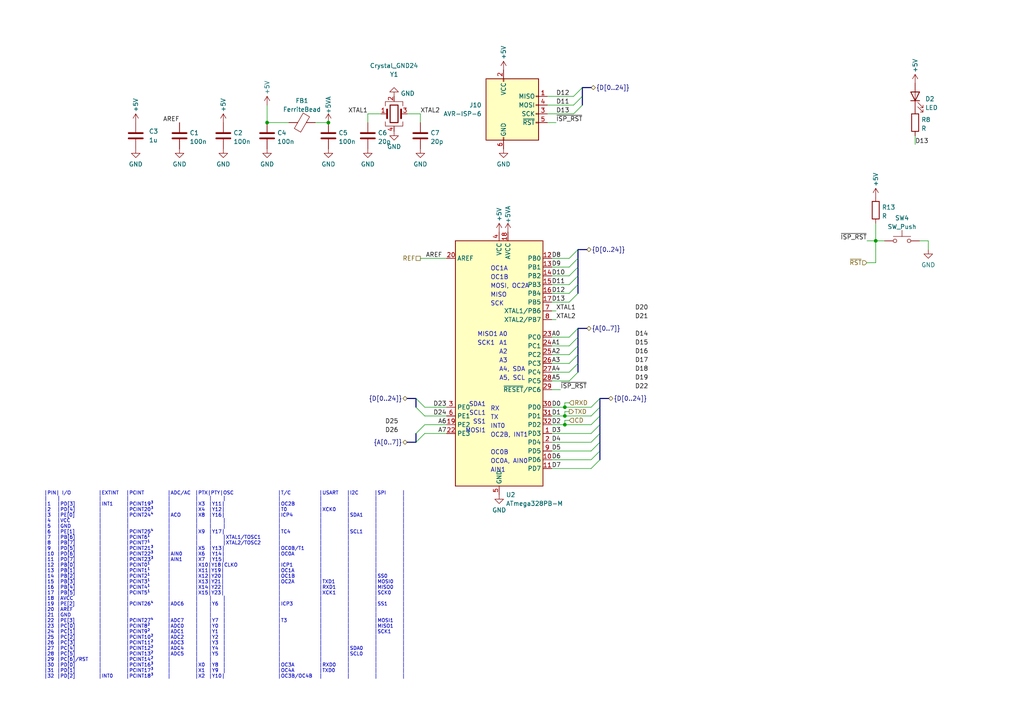
<source format=kicad_sch>
(kicad_sch (version 20230121) (generator eeschema)
  (paper "A4")
  (lib_symbols
    (symbol "Connector:AVR-ISP-6" (pin_names (offset 1.016))
      (property "Reference" "J" (at -6.35 11.43 0))
      (property "Value" "AVR-ISP-6" (at 0 11.43 0))
      (symbol "AVR-ISP-6_0_1"
        (rectangle (start -2.667 -6.858) (end -2.413 -7.62))
        (rectangle (start -2.667 10.16) (end -2.413 9.398))
        (rectangle (start 7.62 -2.413) (end 6.858 -2.667))
        (rectangle (start 7.62 0.127) (end 6.858 -0.127))
        (rectangle (start 7.62 2.667) (end 6.858 2.413))
        (rectangle (start 7.62 5.207) (end 6.858 4.953))
        (rectangle (start 7.62 10.16) (end -7.62 -7.62) (stroke (width 0.254)) (fill (type background)))
      )
      (symbol "AVR-ISP-6_1_1"
        (pin passive line (at 10.16 5.08 180) (length 2.54) (name "MISO") (number "1"))
        (pin passive line (at -2.54 12.7 270) (length 2.54) (name "VCC") (number "2"))
        (pin passive line (at 10.16 0 180) (length 2.54) (name "SCK") (number "3"))
        (pin passive line (at 10.16 2.54 180) (length 2.54) (name "MOSI") (number "4"))
        (pin passive line (at 10.16 -2.54 180) (length 2.54) (name "~{RST}") (number "5"))
        (pin passive line (at -2.54 -10.16 90) (length 2.54) (name "GND") (number "6"))
      )
    )
    (symbol "Device:C" (pin_numbers hide) (pin_names (offset 0.254))
      (property "Reference" "C" (at 0.635 2.54 0))
      (property "Value" "C" (at 0.635 -2.54 0))
      (symbol "C_0_1"
        (polyline (pts (xy -2.032 -0.762) (xy 2.032 -0.762)) (stroke (width 0.508)))
        (polyline (pts (xy -2.032 0.762) (xy 2.032 0.762)) (stroke (width 0.508)))
      )
      (symbol "C_1_1"
        (pin passive line (at 0 3.81 270) (length 2.794) (name "~") (number "1"))
        (pin passive line (at 0 -3.81 90) (length 2.794) (name "~") (number "2"))
      )
    )
    (symbol "Device:Crystal_GND24" (pin_names (offset 1.016) hide)
      (property "Reference" "Y" (at 3.175 5.08 0))
      (property "Value" "Crystal_GND24" (at 3.175 3.175 0))
      (symbol "Crystal_GND24_0_1"
        (rectangle (start -1.143 2.54) (end 1.143 -2.54) (stroke (width 0.3048)))
        (polyline (pts (xy -2.54 0) (xy -2.032 0)))
        (polyline (pts (xy -2.032 -1.27) (xy -2.032 1.27)) (stroke (width 0.508)))
        (polyline (pts (xy 0 -3.81) (xy 0 -3.556)))
        (polyline (pts (xy 0 3.556) (xy 0 3.81)))
        (polyline (pts (xy 2.032 -1.27) (xy 2.032 1.27)) (stroke (width 0.508)))
        (polyline (pts (xy 2.032 0) (xy 2.54 0)))
        (polyline (pts (xy -2.54 -2.286) (xy -2.54 -3.556) (xy 2.54 -3.556) (xy 2.54 -2.286)))
        (polyline (pts (xy -2.54 2.286) (xy -2.54 3.556) (xy 2.54 3.556) (xy 2.54 2.286)))
      )
      (symbol "Crystal_GND24_1_1"
        (pin passive line (at -3.81 0 0) (length 1.27) (name "1") (number "1"))
        (pin passive line (at 0 5.08 270) (length 1.27) (name "2") (number "2"))
        (pin passive line (at 3.81 0 180) (length 1.27) (name "3") (number "3"))
        (pin passive line (at 0 -5.08 90) (length 1.27) (name "4") (number "4"))
      )
    )
    (symbol "Device:FerriteBead" (pin_numbers hide) (pin_names (offset 0))
      (property "Reference" "FB" (at -3.81 0.635 90))
      (property "Value" "FerriteBead" (at 3.81 0 90))
      (symbol "FerriteBead_0_1"
        (polyline (pts (xy 0 -1.27) (xy 0 -1.2192)))
        (polyline (pts (xy 0 1.27) (xy 0 1.2954)))
        (polyline (pts (xy -2.7686 0.4064) (xy -1.7018 2.2606) (xy 2.7686 -0.3048) (xy 1.6764 -2.159) (xy -2.7686 0.4064)))
      )
      (symbol "FerriteBead_1_1"
        (pin passive line (at 0 3.81 270) (length 2.54) (name "~") (number "1"))
        (pin passive line (at 0 -3.81 90) (length 2.54) (name "~") (number "2"))
      )
    )
    (symbol "Device:LED" (pin_numbers hide) (pin_names (offset 1.016) hide)
      (property "Reference" "D" (at 0 2.54 0))
      (property "Value" "LED" (at 0 -2.54 0))
      (symbol "LED_0_1"
        (polyline (pts (xy -1.27 -1.27) (xy -1.27 1.27)) (stroke (width 0.254)))
        (polyline (pts (xy -1.27 0) (xy 1.27 0)))
        (polyline (pts (xy 1.27 -1.27) (xy 1.27 1.27) (xy -1.27 0) (xy 1.27 -1.27)) (stroke (width 0.254)))
        (polyline (pts (xy -3.048 -0.762) (xy -4.572 -2.286) (xy -3.81 -2.286) (xy -4.572 -2.286) (xy -4.572 -1.524)))
        (polyline (pts (xy -1.778 -0.762) (xy -3.302 -2.286) (xy -2.54 -2.286) (xy -3.302 -2.286) (xy -3.302 -1.524)))
      )
      (symbol "LED_1_1"
        (pin passive line (at -3.81 0 0) (length 2.54) (name "K") (number "1"))
        (pin passive line (at 3.81 0 180) (length 2.54) (name "A") (number "2"))
      )
    )
    (symbol "Device:R" (pin_numbers hide) (pin_names (offset 0))
      (property "Reference" "R" (at 2.032 0 90))
      (property "Value" "R" (at 0 0 90))
      (symbol "R_0_1"
        (rectangle (start -1.016 -2.54) (end 1.016 2.54) (stroke (width 0.254)))
      )
      (symbol "R_1_1"
        (pin passive line (at 0 3.81 270) (length 1.27) (name "~") (number "1"))
        (pin passive line (at 0 -3.81 90) (length 1.27) (name "~") (number "2"))
      )
    )
    (symbol "MCU_Microchip_ATmega:ATmega328PB-M"
      (property "Reference" "U" (at -12.7 36.83 0))
      (property "Value" "ATmega328PB-M" (at 2.54 -36.83 0))
      (symbol "ATmega328PB-M_0_1"
        (rectangle (start -12.7 -35.56) (end 12.7 35.56) (stroke (width 0.254)) (fill (type background)))
      )
      (symbol "ATmega328PB-M_1_1"
        (pin bidirectional line (at 15.24 -20.32 180) (length 2.54) (name "PD3") (number "1"))
        (pin bidirectional line (at 15.24 -27.94 180) (length 2.54) (name "PD6") (number "10"))
        (pin bidirectional line (at 15.24 -30.48 180) (length 2.54) (name "PD7") (number "11"))
        (pin bidirectional line (at 15.24 30.48 180) (length 2.54) (name "PB0") (number "12"))
        (pin bidirectional line (at 15.24 27.94 180) (length 2.54) (name "PB1") (number "13"))
        (pin bidirectional line (at 15.24 25.4 180) (length 2.54) (name "PB2") (number "14"))
        (pin bidirectional line (at 15.24 22.86 180) (length 2.54) (name "PB3") (number "15"))
        (pin bidirectional line (at 15.24 20.32 180) (length 2.54) (name "PB4") (number "16"))
        (pin bidirectional line (at 15.24 17.78 180) (length 2.54) (name "PB5") (number "17"))
        (pin power_in line (at 2.54 38.1 270) (length 2.54) (name "AVCC") (number "18"))
        (pin bidirectional line (at -15.24 -17.78 0) (length 2.54) (name "PE2") (number "19"))
        (pin bidirectional line (at 15.24 -22.86 180) (length 2.54) (name "PD4") (number "2"))
        (pin passive line (at -15.24 30.48 0) (length 2.54) (name "AREF") (number "20"))
        (pin passive line (at 0 -38.1 90) (length 2.54) hide (name "GND") (number "21"))
        (pin bidirectional line (at -15.24 -20.32 0) (length 2.54) (name "PE3") (number "22"))
        (pin bidirectional line (at 15.24 7.62 180) (length 2.54) (name "PC0") (number "23"))
        (pin bidirectional line (at 15.24 5.08 180) (length 2.54) (name "PC1") (number "24"))
        (pin bidirectional line (at 15.24 2.54 180) (length 2.54) (name "PC2") (number "25"))
        (pin bidirectional line (at 15.24 0 180) (length 2.54) (name "PC3") (number "26"))
        (pin bidirectional line (at 15.24 -2.54 180) (length 2.54) (name "PC4") (number "27"))
        (pin bidirectional line (at 15.24 -5.08 180) (length 2.54) (name "PC5") (number "28"))
        (pin bidirectional line (at 15.24 -7.62 180) (length 2.54) (name "~{RESET}/PC6") (number "29"))
        (pin bidirectional line (at -15.24 -12.7 0) (length 2.54) (name "PE0") (number "3"))
        (pin bidirectional line (at 15.24 -12.7 180) (length 2.54) (name "PD0") (number "30"))
        (pin bidirectional line (at 15.24 -15.24 180) (length 2.54) (name "PD1") (number "31"))
        (pin bidirectional line (at 15.24 -17.78 180) (length 2.54) (name "PD2") (number "32"))
        (pin passive line (at 0 -38.1 90) (length 2.54) hide (name "GND") (number "33"))
        (pin power_in line (at 0 38.1 270) (length 2.54) (name "VCC") (number "4"))
        (pin power_in line (at 0 -38.1 90) (length 2.54) (name "GND") (number "5"))
        (pin bidirectional line (at -15.24 -15.24 0) (length 2.54) (name "PE1") (number "6"))
        (pin bidirectional line (at 15.24 15.24 180) (length 2.54) (name "XTAL1/PB6") (number "7"))
        (pin bidirectional line (at 15.24 12.7 180) (length 2.54) (name "XTAL2/PB7") (number "8"))
        (pin bidirectional line (at 15.24 -25.4 180) (length 2.54) (name "PD5") (number "9"))
      )
    )
    (symbol "Switch:SW_Push" (pin_numbers hide) (pin_names (offset 1.016) hide)
      (property "Reference" "SW" (at 1.27 2.54 0))
      (property "Value" "SW_Push" (at 0 -1.524 0))
      (symbol "SW_Push_0_1"
        (circle (center -2.032 0) (radius 0.508))
        (polyline (pts (xy 0 1.27) (xy 0 3.048)))
        (polyline (pts (xy 2.54 1.27) (xy -2.54 1.27)))
        (circle (center 2.032 0) (radius 0.508))
        (pin passive line (at -5.08 0 0) (length 2.54) (name "1") (number "1"))
        (pin passive line (at 5.08 0 180) (length 2.54) (name "2") (number "2"))
      )
    )
    (symbol "power:+5V" (power) (pin_names (offset 0))
      (property "Value" "+5V" (at 0 3.556 0))
      (symbol "+5V_0_1"
        (polyline (pts (xy -0.762 1.27) (xy 0 2.54)))
        (polyline (pts (xy 0 0) (xy 0 2.54)))
        (polyline (pts (xy 0 2.54) (xy 0.762 1.27)))
      )
      (symbol "+5V_1_1"
        (pin power_in line (at 0 0 90) (length 0) hide (name "+5V") (number "1"))
      )
    )
    (symbol "power:+5VA" (power) (pin_names (offset 0))
      (property "Value" "+5VA" (at 0 3.556 0))
      (symbol "+5VA_0_1"
        (polyline (pts (xy -0.762 1.27) (xy 0 2.54)))
        (polyline (pts (xy 0 0) (xy 0 2.54)))
        (polyline (pts (xy 0 2.54) (xy 0.762 1.27)))
      )
      (symbol "+5VA_1_1"
        (pin power_in line (at 0 0 90) (length 0) hide (name "+5VA") (number "1"))
      )
    )
    (symbol "power:GND" (power) (pin_names (offset 0))
      (property "Value" "GND" (at 0 -3.81 0))
      (symbol "GND_0_1"
        (polyline (pts (xy 0 0) (xy 0 -1.27) (xy 1.27 -1.27) (xy 0 -2.54) (xy -1.27 -1.27) (xy 0 -1.27)))
      )
      (symbol "GND_1_1"
        (pin power_in line (at 0 0 270) (length 0) hide (name "GND") (number "1"))
      )
    )
  )
  (junction (at 254 69.85))
  (junction (at 77.47 35.56))
  (junction (at 95.25 35.56))
  (junction (at 163.83 123.19))
  (junction (at 163.83 120.65))
  (junction (at 163.83 118.11))
  (bus_entry (at 120.65 118.11) (size 2.54 2.54))
  (bus_entry (at 173.99 130.81) (size -2.54 2.54))
  (bus_entry (at 167.64 80.01) (size -2.54 2.54))
  (bus_entry (at 167.64 102.87) (size -2.54 2.54))
  (bus_entry (at 168.91 27.94) (size -2.54 2.54))
  (bus_entry (at 167.64 105.41) (size -2.54 2.54))
  (bus_entry (at 173.99 123.19) (size -2.54 2.54))
  (bus_entry (at 167.64 97.79) (size -2.54 2.54))
  (bus_entry (at 167.64 77.47) (size -2.54 2.54))
  (bus_entry (at 173.99 120.65) (size -2.54 2.54))
  (bus_entry (at 120.65 125.73) (size 2.54 -2.54))
  (bus_entry (at 173.99 125.73) (size -2.54 2.54))
  (bus_entry (at 167.64 72.39) (size -2.54 2.54))
  (bus_entry (at 120.65 115.57) (size 2.54 2.54))
  (bus_entry (at 167.64 95.25) (size -2.54 2.54))
  (bus_entry (at 173.99 133.35) (size -2.54 2.54))
  (bus_entry (at 173.99 128.27) (size -2.54 2.54))
  (bus_entry (at 173.99 118.11) (size -2.54 2.54))
  (bus_entry (at 167.64 85.09) (size -2.54 2.54))
  (bus_entry (at 167.64 82.55) (size -2.54 2.54))
  (bus_entry (at 173.99 115.57) (size -2.54 2.54))
  (bus_entry (at 167.64 74.93) (size -2.54 2.54))
  (bus_entry (at 168.91 25.4) (size -2.54 2.54))
  (bus_entry (at 168.91 30.48) (size -2.54 2.54))
  (bus_entry (at 167.64 100.33) (size -2.54 2.54))
  (bus_entry (at 120.65 128.27) (size 2.54 -2.54))
  (bus_entry (at 167.64 107.95) (size -2.54 2.54))
  (wire (pts (xy 165.1 116.84) (xy 163.83 116.84)))
  (bus (pts (xy 167.64 72.39) (xy 170.18 72.39)))
  (bus (pts (xy 167.64 82.55) (xy 167.64 85.09)))
  (wire (pts (xy 160.02 102.87) (xy 165.1 102.87)))
  (wire (pts (xy 160.02 90.17) (xy 161.29 90.17)))
  (bus (pts (xy 173.99 118.11) (xy 173.99 120.65)))
  (wire (pts (xy 123.19 118.11) (xy 129.54 118.11)))
  (wire (pts (xy 158.75 30.48) (xy 166.37 30.48)))
  (wire (pts (xy 269.24 69.85) (xy 266.7 69.85)))
  (bus (pts (xy 167.64 97.79) (xy 167.64 100.33)))
  (wire (pts (xy 160.02 123.19) (xy 163.83 123.19)))
  (bus (pts (xy 173.99 115.57) (xy 173.99 118.11)))
  (bus (pts (xy 173.99 125.73) (xy 173.99 128.27)))
  (bus (pts (xy 173.99 115.57) (xy 176.53 115.57)))
  (wire (pts (xy 163.83 123.19) (xy 171.45 123.19)))
  (wire (pts (xy 162.56 113.03) (xy 160.02 113.03)))
  (wire (pts (xy 160.02 105.41) (xy 165.1 105.41)))
  (wire (pts (xy 160.02 110.49) (xy 165.1 110.49)))
  (wire (pts (xy 160.02 130.81) (xy 171.45 130.81)))
  (wire (pts (xy 163.83 118.11) (xy 171.45 118.11)))
  (wire (pts (xy 121.92 33.02) (xy 121.92 35.56)))
  (wire (pts (xy 163.83 120.65) (xy 171.45 120.65)))
  (wire (pts (xy 265.43 39.37) (xy 265.43 41.91)))
  (wire (pts (xy 160.02 77.47) (xy 165.1 77.47)))
  (wire (pts (xy 163.83 116.84) (xy 163.83 118.11)))
  (wire (pts (xy 269.24 72.39) (xy 269.24 69.85)))
  (bus (pts (xy 173.99 128.27) (xy 173.99 130.81)))
  (wire (pts (xy 83.82 35.56) (xy 77.47 35.56)))
  (wire (pts (xy 160.02 125.73) (xy 171.45 125.73)))
  (bus (pts (xy 168.91 25.4) (xy 171.45 25.4)))
  (bus (pts (xy 167.64 72.39) (xy 167.64 74.93)))
  (wire (pts (xy 77.47 30.48) (xy 77.47 35.56)))
  (bus (pts (xy 167.64 74.93) (xy 167.64 77.47)))
  (wire (pts (xy 251.46 76.2) (xy 254 76.2)))
  (wire (pts (xy 163.83 119.38) (xy 163.83 120.65)))
  (wire (pts (xy 254 76.2) (xy 254 69.85)))
  (bus (pts (xy 167.64 105.41) (xy 167.64 107.95)))
  (wire (pts (xy 158.75 35.56) (xy 161.29 35.56)))
  (bus (pts (xy 120.65 128.27) (xy 118.11 128.27)))
  (bus (pts (xy 167.64 102.87) (xy 167.64 105.41)))
  (bus (pts (xy 168.91 27.94) (xy 168.91 30.48)))
  (wire (pts (xy 160.02 92.71) (xy 161.29 92.71)))
  (wire (pts (xy 158.75 33.02) (xy 166.37 33.02)))
  (wire (pts (xy 123.19 120.65) (xy 129.54 120.65)))
  (bus (pts (xy 168.91 25.4) (xy 168.91 27.94)))
  (wire (pts (xy 160.02 107.95) (xy 165.1 107.95)))
  (wire (pts (xy 160.02 87.63) (xy 165.1 87.63)))
  (bus (pts (xy 120.65 115.57) (xy 118.11 115.57)))
  (wire (pts (xy 123.19 123.19) (xy 129.54 123.19)))
  (bus (pts (xy 167.64 95.25) (xy 167.64 97.79)))
  (bus (pts (xy 167.64 100.33) (xy 167.64 102.87)))
  (wire (pts (xy 160.02 80.01) (xy 165.1 80.01)))
  (wire (pts (xy 163.83 121.92) (xy 163.83 123.19)))
  (wire (pts (xy 165.1 121.92) (xy 163.83 121.92)))
  (wire (pts (xy 160.02 100.33) (xy 165.1 100.33)))
  (wire (pts (xy 160.02 82.55) (xy 165.1 82.55)))
  (wire (pts (xy 118.11 33.02) (xy 121.92 33.02)))
  (wire (pts (xy 163.83 119.38) (xy 165.1 119.38)))
  (bus (pts (xy 120.65 115.57) (xy 120.65 118.11)))
  (wire (pts (xy 160.02 128.27) (xy 171.45 128.27)))
  (wire (pts (xy 160.02 97.79) (xy 165.1 97.79)))
  (wire (pts (xy 160.02 118.11) (xy 163.83 118.11)))
  (wire (pts (xy 123.19 125.73) (xy 129.54 125.73)))
  (bus (pts (xy 167.64 80.01) (xy 167.64 82.55)))
  (wire (pts (xy 110.49 33.02) (xy 106.68 33.02)))
  (wire (pts (xy 254 69.85) (xy 256.54 69.85)))
  (wire (pts (xy 91.44 35.56) (xy 95.25 35.56)))
  (wire (pts (xy 158.75 27.94) (xy 166.37 27.94)))
  (bus (pts (xy 173.99 130.81) (xy 173.99 133.35)))
  (wire (pts (xy 160.02 74.93) (xy 165.1 74.93)))
  (wire (pts (xy 106.68 33.02) (xy 106.68 35.56)))
  (wire (pts (xy 251.46 69.85) (xy 254 69.85)))
  (wire (pts (xy 160.02 133.35) (xy 171.45 133.35)))
  (wire (pts (xy 160.02 85.09) (xy 165.1 85.09)))
  (wire (pts (xy 121.92 74.93) (xy 129.54 74.93)))
  (bus (pts (xy 167.64 95.25) (xy 170.18 95.25)))
  (bus (pts (xy 167.64 77.47) (xy 167.64 80.01)))
  (bus (pts (xy 173.99 120.65) (xy 173.99 123.19)))
  (wire (pts (xy 254 64.77) (xy 254 69.85)))
  (bus (pts (xy 120.65 128.27) (xy 120.65 125.73)))
  (wire (pts (xy 160.02 135.89) (xy 171.45 135.89)))
  (bus (pts (xy 173.99 123.19) (xy 173.99 125.73)))
  (wire (pts (xy 160.02 120.65) (xy 163.83 120.65)))
  (text "OC0B" (at 142.2399 132.0641 0) (effects (font (size 1.27 1.27)) (justify left bottom)))
  (text "OC1B" (at 142.24 81.28 0) (effects (font (size 1.27 1.27)) (justify left bottom)))
  (text "SS1" (at 140.97 123.19 0) (effects (font (size 1.27 1.27)) (justify right bottom)))
  (text "A0" (at 144.7364 97.7899 0) (effects (font (size 1.27 1.27)) (justify left bottom)))
  (text "OC1A" (at 142.24 78.74 0) (effects (font (size 1.27 1.27)) (justify left bottom)))
  (text "MISO" (at 142.24 86.3755 0) (effects (font (size 1.27 1.27)) (justify left bottom)))
  (text "TX" (at 142.2399 121.8941 0) (effects (font (size 1.27 1.27)) (justify left bottom)))
  (text "SCK1" (at 138.43 100.33 0) (effects (font (size 1.27 1.27)) (justify left bottom)))
  (text "|PIN| I/O		|EXTINT	|PCINT		|ADC/AC	|PTX|PTY|OSC			|T/C		|USART	|I2C	|SPI	|\n|	|			|		|			|		|	|	|				|			|		|		|		|\n|1	|PD[3]		|INT1	|PCINT19³	|		|X3	|Y11|				|OC2B		|		|		|		|\n|2	|PD[4]		|		|PCINT20³	|		|X4	|Y12|				|T0			|XCK0	|		|		|\n|3	|PE[0]		|		|PCINT24⁴	|ACO	|X8	|Y16|				|ICP4		|		|SDA1	|		|\n|4	|VCC		|		|			|		|	|	|           	|			|		|		|		|\n|5	|GND		|		|			|		|	|	|				|			|		|		|		|\n|6	|PE[1]		|		|PCINT25⁴	|		|X9	|Y17|				|TC4		|		|SCL1	|		|\n|7	|PB[6]		|		|PCINT6¹	|		|	|	|XTAL1/TOSC1	|			|		|		|		|\n|8	|PB[7]		|		|PCINT7¹	|		|	|	|XTAL2/TOSC2	|			|		|		|		|\n|9	|PD[5]		|		|PCINT21³	|		|X5	|Y13|				|OC0B/T1	|		|		|		|\n|10	|PD[6]		|		|PCINT22³	|AIN0	|X6	|Y14|				|OC0A		|		|		|		|\n|11	|PD[7]		|		|PCINT23³	|AIN1	|X7	|Y15|				|			|		|		|		|\n|12	|PB[0]		|		|PCINT0¹	|		|X10|Y18|CLKO			|ICP1		|		|		|		|\n|13	|PB[1]		|		|PCINT1¹	|		|X11|Y19|				|OC1A		|		|		|		|\n|14	|PB[2]		|		|PCINT2¹	|		|X12|Y20|				|OC1B		|		|		|SS0	|\n|15	|PB[3]		|		|PCINT3¹	|		|X13|Y21|				|OC2A		|TXD1	|		|MOSI0	|\n|16	|PB[4]		|		|PCINT4¹	|		|X14|Y22|				|			|RXD1	|		|MISO0	|\n|17	|PB[5]		|		|PCINT5¹	|		|X15|Y23|				|			|XCK1	|		|SCK0	|\n|18	|AVCC		|		|			|		|	|	|				|			|		|		|		|\n|19	|PE[2]		|		|PCINT26⁴	|ADC6	|	|Y6	|				|ICP3		|		|		|SS1	|\n|20	|AREF		|		|			|		|	|	|				|			|		|		|		|\n|21	|GND		|		|			|		|	|	|				|			|		|		|		|\n|22	|PE[3]		|		|PCINT27⁴	|ADC7	|	|Y7	|				|T3			|		|		|MOSI1	|\n|23	|PC[0]		|		|PCINT8²	|ADC0	|	|Y0	|				|			|		|		|MISO1	|\n|24	|PC[1]		|		|PCINT9²	|ADC1	|	|Y1	|				|			|		|		|SCK1	|\n|25	|PC[2]		|		|PCINT10²	|ADC2	|	|Y2	|				|			|		|		|		|\n|26	|PC[3]		|		|PCINT11²	|ADC3	|	|Y3	|				|			|		|		|		|\n|27	|PC[4]		|		|PCINT12²	|ADC4	|	|Y4	|				|			|		|SDA0	|		|\n|28	|PC[5]		|		|PCINT13²	|ADC5	|	|Y5	|				|			|		|SCL0	|		|\n|29	|PC[6]/RST	|		|PCINT14²	|		|	|	|				|			|		|		|		|\n|30	|PD[0]		|		|PCINT16³	|		|X0	|Y8	|				|OC3A		|RXD0	|		|		|\n|31	|PD[1]		|		|PCINT17³	|		|X1	|Y9	|				|OC4A		|TXD0	|		|		|\n|32	|PD[2]		|INT0	|PCINT18³	|		|X2	|Y10|				|OC3B/OC4B	|		|		|		|" (at 12.7 196.85 0) (effects (font (size 1 1)) (justify left bottom)))
  (text "SCL1" (at 140.97 120.65 0) (effects (font (size 1.27 1.27)) (justify right bottom)))
  (text "A4, SDA" (at 144.7364 107.9499 0) (effects (font (size 1.27 1.27)) (justify left bottom)))
  (text "OC2B, INT1" (at 142.24 127 0) (effects (font (size 1.27 1.27)) (justify left bottom)))
  (text "A1" (at 144.7364 100.3299 0) (effects (font (size 1.27 1.27)) (justify left bottom)))
  (text "SDA1" (at 140.97 118.11 0) (effects (font (size 1.27 1.27)) (justify right bottom)))
  (text "INT0" (at 142.2399 124.4366 0) (effects (font (size 1.27 1.27)) (justify left bottom)))
  (text "OC0A, AIN0" (at 142.24 134.62 0) (effects (font (size 1.27 1.27)) (justify left bottom)))
  (text "MOSI, OC2A" (at 142.24 83.806 0) (effects (font (size 1.27 1.27)) (justify left bottom)))
  (text "SCK" (at 142.24 88.9 0) (effects (font (size 1.27 1.27)) (justify left bottom)))
  (text "MISO1" (at 138.43 97.79 0) (effects (font (size 1.27 1.27)) (justify left bottom)))
  (text "A2" (at 144.7364 102.8699 0) (effects (font (size 1.27 1.27)) (justify left bottom)))
  (text "AIN1" (at 142.24 137.16 0) (effects (font (size 1.27 1.27)) (justify left bottom)))
  (text "A5, SCL" (at 144.78 110.49 0) (effects (font (size 1.27 1.27)) (justify left bottom)))
  (text "MOSI1" (at 140.97 125.73 0) (effects (font (size 1.27 1.27)) (justify right bottom)))
  (text "A3" (at 144.7364 105.4099 0) (effects (font (size 1.27 1.27)) (justify left bottom)))
  (text "RX" (at 142.24 119.38 0) (effects (font (size 1.27 1.27)) (justify left bottom)))
  (label "D7" (at 160.02 135.89 0))
  (label "A6" (at 129.54 123.19 180))
  (label "D9" (at 160.02 77.47 0))
  (label "D13" (at 160.02 87.63 0))
  (label "D15" (at 184.15 100.33 0))
  (label "~{ISP_RST}" (at 161.29 35.56 0))
  (label "D13" (at 161.29 33.02 0))
  (label "D20" (at 184.15 90.17 0))
  (label "D26" (at 115.57 125.73 180))
  (label "D23" (at 129.54 118.11 180))
  (label "D19" (at 184.15 110.49 0))
  (label "XTAL1" (at 161.29 90.17 0))
  (label "D21" (at 184.15 92.71 0))
  (label "D22" (at 184.15 113.03 0))
  (label "A0" (at 160.02 97.79 0))
  (label "D25" (at 115.57 123.19 180))
  (label "AREF" (at 52.07 35.56 180))
  (label "A3" (at 160.02 105.41 0))
  (label "XTAL2" (at 161.29 92.71 0))
  (label "AREF" (at 128.27 74.93 180))
  (label "D14" (at 184.15 97.79 0))
  (label "A1" (at 160.02 100.33 0))
  (label "D2" (at 160.02 123.19 0))
  (label "D13" (at 265.43 41.91 0))
  (label "D17" (at 184.15 105.41 0))
  (label "D12" (at 160.02 85.09 0))
  (label "D0" (at 160.02 118.11 0))
  (label "D6" (at 160.02 133.35 0))
  (label "~{ISP_RST}" (at 251.46 69.85 180))
  (label "D1" (at 160.02 120.65 0))
  (label "A7" (at 129.54 125.73 180))
  (label "XTAL1" (at 106.68 33.02 180))
  (label "D24" (at 129.54 120.65 180))
  (label "A2" (at 160.02 102.87 0))
  (label "D8" (at 160.02 74.93 0))
  (label "A5" (at 160.02 110.49 0))
  (label "D3" (at 160.02 125.73 0))
  (label "D18" (at 184.15 107.95 0))
  (label "D5" (at 160.02 130.81 0))
  (label "~{ISP_RST}" (at 162.56 113.03 0))
  (label "D11" (at 161.29 30.48 0))
  (label "A4" (at 160.02 107.95 0))
  (label "XTAL2" (at 121.92 33.02 0))
  (label "D4" (at 160.02 128.27 0))
  (label "D10" (at 160.02 80.01 0))
  (label "D11" (at 160.02 82.55 0))
  (label "D16" (at 184.15 102.87 0))
  (label "D12" (at 161.29 27.94 0))
  (hierarchical_label "{D[0..24]}" (shape bidirectional) (at 176.53 115.57 0))
  (hierarchical_label "TXD" (shape output) (at 165.1 119.38 0))
  (hierarchical_label "{D[0..24]}" (shape bidirectional) (at 118.11 115.57 180))
  (hierarchical_label "RXD" (shape input) (at 165.1 116.84 0))
  (hierarchical_label "REF" (shape passive) (at 121.92 74.93 180))
  (hierarchical_label "{A[0..7]}" (shape bidirectional) (at 118.11 128.27 180))
  (hierarchical_label "{D[0..24]}" (shape bidirectional) (at 171.45 25.4 0))
  (hierarchical_label "~{RST}" (shape input) (at 251.46 76.2 180))
  (hierarchical_label "CD" (shape input) (at 165.1 121.92 0))
  (hierarchical_label "{A[0..7]}" (shape bidirectional) (at 170.18 95.25 0))
  (hierarchical_label "{D[0..24]}" (shape bidirectional) (at 170.18 72.39 0))
  (symbol (lib_id "power:GND") (at 77.47 43.18 0) (unit 1)
    (property "Reference" "#PWR022" (effects hide))
    (property "Value" "GND" (at 77.47 47.6234 0))
    (instances (project "generic_node" (path "" (reference "#PWR022") (unit 1))) (project "heating_controller" (path "" (reference "#PWR08") (unit 1))))
  )
  (symbol (lib_id "Device:R") (at 265.43 35.56 0) (unit 1)
    (property "Reference" "R8" (at 267.208 34.7253 0) (effects (justify left)))
    (property "Value" "R" (at 267.208 37.2622 0) (effects (justify left)))
    (property "Footprint" "Resistor_SMD:R_0402_1005Metric" (effects hide))
    (instances (project "generic_node" (path "" (reference "R8") (unit 1))) (project "heating_controller" (path "" (reference "R23") (unit 1))))
  )
  (symbol (lib_id "Device:C") (at 121.92 39.37 0) (unit 1)
    (property "Reference" "C7" (at 124.841 38.5353 0) (effects (justify left)))
    (property "Value" "20p" (at 124.841 41.0722 0) (effects (justify left)))
    (property "Footprint" "Capacitor_SMD:C_0402_1005Metric" (effects hide))
  )
  (symbol (lib_id "power:GND") (at 95.25 43.18 0) (unit 1)
    (property "Reference" "#PWR024" (effects hide))
    (property "Value" "GND" (at 95.25 47.6234 0))
    (instances (project "generic_node" (path "" (reference "#PWR024") (unit 1))) (project "heating_controller" (path "" (reference "#PWR0141") (unit 1))))
  )
  (symbol (lib_id "power:+5VA") (at 147.32 67.31 0) (unit 1)
    (property "Reference" "#PWR027" (effects hide))
    (property "Value" "+5VA" (at 147.32 62.23 90))
    (instances (project "generic_node" (path "" (reference "#PWR027") (unit 1))) (project "heating_controller" (path "" (reference "#PWR0142") (unit 1))))
  )
  (symbol (lib_id "power:GND") (at 144.78 143.51 0) (unit 1)
    (property "Reference" "#PWR026" (effects hide))
    (property "Value" "GND" (at 144.78 147.9534 0))
    (instances (project "generic_node" (path "" (reference "#PWR026") (unit 1))) (project "heating_controller" (path "" (reference "#PWR0132") (unit 1))))
  )
  (symbol (lib_id "Device:C") (at 106.68 39.37 0) (unit 1)
    (property "Reference" "C6" (at 109.601 38.5353 0) (effects (justify left)))
    (property "Value" "20p" (at 109.601 41.0722 0) (effects (justify left)))
    (property "Footprint" "Capacitor_SMD:C_0402_1005Metric" (effects hide))
  )
  (symbol (lib_id "Device:C") (at 52.07 39.37 0) (unit 1)
    (property "Reference" "C1" (at 54.991 38.5353 0) (effects (justify left)))
    (property "Value" "100n" (at 54.991 41.0722 0) (effects (justify left)))
    (property "Footprint" "Capacitor_SMD:C_0402_1005Metric" (effects hide))
    (instances (project "generic_node" (path "" (reference "C1") (unit 1))) (project "heating_controller" (path "" (reference "C3") (unit 1))))
  )
  (symbol (lib_id "Device:C") (at 39.37 39.37 180) (unit 1)
    (property "Reference" "C3" (at 43.18 38.1 0) (effects (justify right)))
    (property "Value" "1u" (at 43.18 40.64 0) (effects (justify right)))
    (property "Footprint" "Capacitor_SMD:C_0402_1005Metric" (effects hide))
    (instances (project "generic_node" (path "" (reference "C3") (unit 1))) (project "heating_controller" (path "" (reference "C26") (unit 1))))
  )
  (symbol (lib_id "power:GND") (at 114.3 27.94 180) (unit 1)
    (property "Reference" "#PWR031" (effects hide))
    (property "Value" "GND" (at 116.205 27.1038 0) (effects (justify right)))
    (instances (project "generic_node" (path "" (reference "#PWR031") (unit 1))) (project "heating_controller" (path "" (reference "#PWR0149") (unit 1))))
  )
  (symbol (lib_id "power:+5V") (at 144.78 67.31 0) (unit 1)
    (property "Reference" "#PWR025" (effects hide))
    (property "Value" "+5V" (at 144.78 62.23 90))
    (instances (project "generic_node" (path "" (reference "#PWR025") (unit 1))) (project "heating_controller" (path "" (reference "#PWR0143") (unit 1))))
  )
  (symbol (lib_id "power:GND") (at 146.05 43.18 0) (unit 1)
    (property "Reference" "#PWR035" (effects hide))
    (property "Value" "GND" (at 146.05 47.6234 0))
    (instances (project "generic_node" (path "" (reference "#PWR035") (unit 1))) (project "heating_controller" (path "" (reference "#PWR0146") (unit 1))))
  )
  (symbol (lib_id "power:+5V") (at 64.77 35.56 0) (unit 1)
    (property "Reference" "#PWR017" (effects hide))
    (property "Value" "+5V" (at 64.77 30.48 90))
    (instances (project "generic_node" (path "" (reference "#PWR017") (unit 1))) (project "heating_controller" (path "" (reference "#PWR0137") (unit 1))))
  )
  (symbol (lib_id "Device:C") (at 64.77 39.37 180) (unit 1)
    (property "Reference" "C2" (at 67.691 38.5353 0) (effects (justify right)))
    (property "Value" "100n" (at 67.691 41.0722 0) (effects (justify right)))
    (property "Footprint" "Capacitor_SMD:C_0402_1005Metric" (effects hide))
    (instances (project "generic_node" (path "" (reference "C2") (unit 1))) (project "heating_controller" (path "" (reference "C4") (unit 1))))
  )
  (symbol (lib_id "power:+5V") (at 265.43 24.13 0) (unit 1)
    (property "Reference" "#PWR037" (effects hide))
    (property "Value" "+5V" (at 265.43 19.05 90))
    (instances (project "generic_node" (path "" (reference "#PWR037") (unit 1))) (project "heating_controller" (path "" (reference "#PWR0148") (unit 1))))
  )
  (symbol (lib_id "Device:C") (at 95.25 39.37 0) (unit 1)
    (property "Reference" "C5" (at 98.171 38.5353 0) (effects (justify left)))
    (property "Value" "100n" (at 98.171 41.0722 0) (effects (justify left)))
    (property "Footprint" "Capacitor_SMD:C_0402_1005Metric" (effects hide))
  )
  (symbol (lib_id "power:+5VA") (at 95.25 35.56 0) (unit 1)
    (property "Reference" "#PWR023" (effects hide))
    (property "Value" "+5VA" (at 95.25 30.48 90))
    (instances (project "generic_node" (path "" (reference "#PWR023") (unit 1))) (project "heating_controller" (path "" (reference "#PWR0139") (unit 1))))
  )
  (symbol (lib_id "power:+5V") (at 254 57.15 0) (unit 1)
    (property "Reference" "#PWR042" (effects hide))
    (property "Value" "+5V" (at 254 52.07 90))
    (instances (project "generic_node" (path "" (reference "#PWR042") (unit 1))) (project "heating_controller" (path "" (reference "#PWR0186") (unit 1))))
  )
  (symbol (lib_id "Device:LED") (at 265.43 27.94 90) (unit 1)
    (property "Reference" "D2" (at 268.351 28.6928 90) (effects (justify right)))
    (property "Value" "LED" (at 268.351 31.2297 90) (effects (justify right)))
    (property "Footprint" "LED_SMD:LED_0402_1005Metric" (effects hide))
    (instances (project "generic_node" (path "" (reference "D2") (unit 1))) (project "heating_controller" (path "" (reference "D18") (unit 1))))
  )
  (symbol (lib_id "power:+5V") (at 39.37 35.56 0) (unit 1)
    (property "Reference" "#PWR019" (effects hide))
    (property "Value" "+5V" (at 39.37 30.48 90))
    (instances (project "generic_node" (path "" (reference "#PWR019") (unit 1))) (project "heating_controller" (path "" (reference "#PWR09") (unit 1))))
  )
  (symbol (lib_id "Device:R") (at 254 60.96 0) (unit 1)
    (property "Reference" "R13" (at 255.778 60.1253 0) (effects (justify left)))
    (property "Value" "R" (at 255.778 62.6622 0) (effects (justify left)))
    (property "Footprint" "Resistor_SMD:R_0402_1005Metric" (effects hide))
    (instances (project "generic_node" (path "" (reference "R13") (unit 1))) (project "heating_controller" (path "" (reference "R37") (unit 1))))
  )
  (symbol (lib_id "MCU_Microchip_ATmega:ATmega328PB-M") (at 144.78 105.41 0) (unit 1)
    (property "Reference" "U2" (at 146.7359 143.51 0) (effects (justify left)))
    (property "Value" "ATmega328PB-M" (at 146.7359 146.05 0) (effects (justify left)))
    (property "Footprint" "Package_DFN_QFN:QFN-32-1EP_5x5mm_P0.5mm_EP3.1x3.1mm" (effects hide))
    (property "Datasheet" "http://ww1.microchip.com/downloads/en/DeviceDoc/40001906C.pdf" (effects hide))
  )
  (symbol (lib_id "Device:FerriteBead") (at 87.63 35.56 90) (unit 1)
    (property "Reference" "FB1" (at 87.5792 29.2186 90))
    (property "Value" "FerriteBead" (at 87.5792 31.7555 90))
    (property "Footprint" "Inductor_SMD:L_0402_1005Metric" (effects hide))
  )
  (symbol (lib_id "power:GND") (at 64.77 43.18 0) (unit 1)
    (property "Reference" "#PWR018" (effects hide))
    (property "Value" "GND" (at 64.77 47.6234 0))
    (instances (project "generic_node" (path "" (reference "#PWR018") (unit 1))) (project "heating_controller" (path "" (reference "#PWR0138") (unit 1))))
  )
  (symbol (lib_id "power:GND") (at 106.68 43.18 0) (unit 1)
    (property "Reference" "#PWR030" (effects hide))
    (property "Value" "GND" (at 106.68 47.6234 0))
    (instances (project "generic_node" (path "" (reference "#PWR030") (unit 1))) (project "heating_controller" (path "" (reference "#PWR0152") (unit 1))))
  )
  (symbol (lib_id "power:GND") (at 52.07 43.18 0) (unit 1)
    (property "Reference" "#PWR016" (effects hide))
    (property "Value" "GND" (at 52.07 47.6234 0))
    (instances (project "generic_node" (path "" (reference "#PWR016") (unit 1))) (project "heating_controller" (path "" (reference "#PWR0136") (unit 1))))
  )
  (symbol (lib_id "power:+5V") (at 77.47 30.48 0) (unit 1)
    (property "Reference" "#PWR021" (effects hide))
    (property "Value" "+5V" (at 77.47 25.4 90))
    (instances (project "generic_node" (path "" (reference "#PWR021") (unit 1))) (project "heating_controller" (path "" (reference "#PWR0140") (unit 1))))
  )
  (symbol (lib_id "power:GND") (at 39.37 43.18 0) (unit 1)
    (property "Reference" "#PWR020" (effects hide))
    (property "Value" "GND" (at 39.37 47.6234 0))
    (instances (project "generic_node" (path "" (reference "#PWR020") (unit 1))) (project "heating_controller" (path "" (reference "#PWR010") (unit 1))))
  )
  (symbol (lib_id "power:GND") (at 121.92 43.18 0) (unit 1)
    (property "Reference" "#PWR033" (effects hide))
    (property "Value" "GND" (at 121.92 47.6234 0))
    (instances (project "generic_node" (path "" (reference "#PWR033") (unit 1))) (project "heating_controller" (path "" (reference "#PWR0151") (unit 1))))
  )
  (symbol (lib_id "Switch:SW_Push") (at 261.62 69.85 0) (unit 1)
    (property "Reference" "SW4" (at 261.62 63.2292 0))
    (property "Value" "SW_Push" (at 261.62 65.7661 0))
    (property "Footprint" "Button_Switch_SMD:SW_SPST_B3U-1000P" (effects hide))
    (instances (project "generic_node" (path "" (reference "SW4") (unit 1))) (project "heating_controller" (path "" (reference "SW3") (unit 1))))
  )
  (symbol (lib_id "Device:C") (at 77.47 39.37 0) (unit 1)
    (property "Reference" "C4" (at 80.391 38.5353 0) (effects (justify left)))
    (property "Value" "100n" (at 80.391 41.0722 0) (effects (justify left)))
    (property "Footprint" "Capacitor_SMD:C_0402_1005Metric" (effects hide))
    (instances (project "generic_node" (path "" (reference "C4") (unit 1))) (project "heating_controller" (path "" (reference "C10") (unit 1))))
  )
  (symbol (lib_id "power:GND") (at 269.24 72.39 0) (unit 1)
    (property "Reference" "#PWR045" (effects hide))
    (property "Value" "GND" (at 269.24 76.8334 0))
    (instances (project "generic_node" (path "" (reference "#PWR045") (unit 1))) (project "heating_controller" (path "" (reference "#PWR0185") (unit 1))))
  )
  (symbol (lib_id "Connector:AVR-ISP-6") (at 148.59 33.02 0) (unit 1)
    (property "Reference" "J10" (at 139.7 30.4799 0) (effects (justify right)))
    (property "Value" "AVR-ISP-6" (at 139.7 33.0199 0) (effects (justify right)))
    (property "Footprint" "project_lib:Tag-Connect_TC2030-IDC-NL_2x03_P1.27mm_Vertical" (effects hide))
    (property "Datasheet" " ~" (effects hide))
    (instances (project "generic_node" (path "" (reference "J10") (unit 1))) (project "heating_controller" (path "" (reference "J17") (unit 1))))
  )
  (symbol (lib_id "power:GND") (at 114.3 38.1 0) (unit 1)
    (property "Reference" "#PWR032" (effects hide))
    (property "Value" "GND" (at 114.3 42.5434 0))
    (instances (project "generic_node" (path "" (reference "#PWR032") (unit 1))) (project "heating_controller" (path "" (reference "#PWR0150") (unit 1))))
  )
  (symbol (lib_id "Device:Crystal_GND24") (at 114.3 33.02 0) (unit 1)
    (property "Reference" "Y1" (at 114.3 21.59 0))
    (property "Value" "Crystal_GND24" (at 114.3 19.05 0))
    (property "Footprint" "Crystal:Crystal_SMD_2520-4Pin_2.5x2.0mm" (effects hide))
  )
  (symbol (lib_id "power:+5V") (at 146.05 20.32 0) (unit 1)
    (property "Reference" "#PWR034" (effects hide))
    (property "Value" "+5V" (at 146.05 15.24 90))
    (instances (project "generic_node" (path "" (reference "#PWR034") (unit 1))) (project "heating_controller" (path "" (reference "#PWR0144") (unit 1))))
  )
)
</source>
